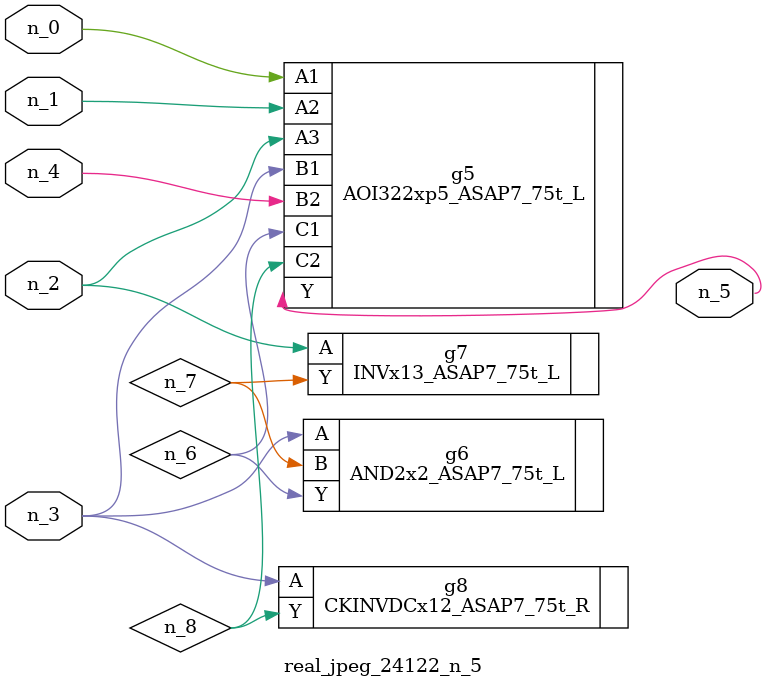
<source format=v>
module real_jpeg_24122_n_5 (n_4, n_0, n_1, n_2, n_3, n_5);

input n_4;
input n_0;
input n_1;
input n_2;
input n_3;

output n_5;

wire n_8;
wire n_6;
wire n_7;

AOI322xp5_ASAP7_75t_L g5 ( 
.A1(n_0),
.A2(n_1),
.A3(n_2),
.B1(n_3),
.B2(n_4),
.C1(n_6),
.C2(n_8),
.Y(n_5)
);

INVx13_ASAP7_75t_L g7 ( 
.A(n_2),
.Y(n_7)
);

AND2x2_ASAP7_75t_L g6 ( 
.A(n_3),
.B(n_7),
.Y(n_6)
);

CKINVDCx12_ASAP7_75t_R g8 ( 
.A(n_3),
.Y(n_8)
);


endmodule
</source>
